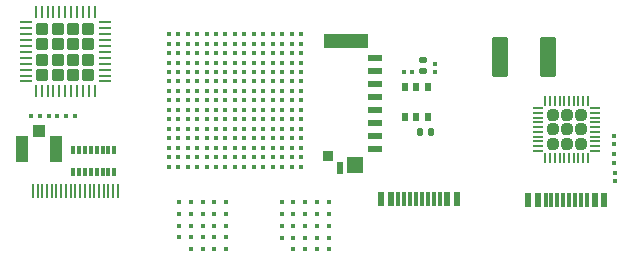
<source format=gbr>
%TF.GenerationSoftware,KiCad,Pcbnew,8.0.6*%
%TF.CreationDate,2024-11-19T20:15:16-08:00*%
%TF.ProjectId,SYNC-VT,53594e43-2d56-4542-9e6b-696361645f70,rev?*%
%TF.SameCoordinates,Original*%
%TF.FileFunction,Paste,Top*%
%TF.FilePolarity,Positive*%
%FSLAX46Y46*%
G04 Gerber Fmt 4.6, Leading zero omitted, Abs format (unit mm)*
G04 Created by KiCad (PCBNEW 8.0.6) date 2024-11-19 20:15:16*
%MOMM*%
%LPD*%
G01*
G04 APERTURE LIST*
G04 Aperture macros list*
%AMRoundRect*
0 Rectangle with rounded corners*
0 $1 Rounding radius*
0 $2 $3 $4 $5 $6 $7 $8 $9 X,Y pos of 4 corners*
0 Add a 4 corners polygon primitive as box body*
4,1,4,$2,$3,$4,$5,$6,$7,$8,$9,$2,$3,0*
0 Add four circle primitives for the rounded corners*
1,1,$1+$1,$2,$3*
1,1,$1+$1,$4,$5*
1,1,$1+$1,$6,$7*
1,1,$1+$1,$8,$9*
0 Add four rect primitives between the rounded corners*
20,1,$1+$1,$2,$3,$4,$5,0*
20,1,$1+$1,$4,$5,$6,$7,0*
20,1,$1+$1,$6,$7,$8,$9,0*
20,1,$1+$1,$8,$9,$2,$3,0*%
G04 Aperture macros list end*
%ADD10RoundRect,0.079500X0.079500X0.100500X-0.079500X0.100500X-0.079500X-0.100500X0.079500X-0.100500X0*%
%ADD11R,0.230000X1.200000*%
%ADD12RoundRect,0.140000X0.170000X-0.140000X0.170000X0.140000X-0.170000X0.140000X-0.170000X-0.140000X0*%
%ADD13C,0.406400*%
%ADD14C,0.370000*%
%ADD15RoundRect,0.140000X0.140000X0.170000X-0.140000X0.170000X-0.140000X-0.170000X0.140000X-0.170000X0*%
%ADD16RoundRect,0.079500X-0.100500X0.079500X-0.100500X-0.079500X0.100500X-0.079500X0.100500X0.079500X0*%
%ADD17RoundRect,0.250000X-0.275000X-0.275000X0.275000X-0.275000X0.275000X0.275000X-0.275000X0.275000X0*%
%ADD18RoundRect,0.062500X-0.475000X-0.062500X0.475000X-0.062500X0.475000X0.062500X-0.475000X0.062500X0*%
%ADD19RoundRect,0.062500X-0.062500X-0.475000X0.062500X-0.475000X0.062500X0.475000X-0.062500X0.475000X0*%
%ADD20RoundRect,0.079500X0.100500X-0.079500X0.100500X0.079500X-0.100500X0.079500X-0.100500X-0.079500X0*%
%ADD21R,1.244600X0.609600*%
%ADD22R,3.784600X1.193800*%
%ADD23R,1.400000X1.447800*%
%ADD24R,0.609600X0.990600*%
%ADD25R,0.838200X0.939800*%
%ADD26RoundRect,0.079500X-0.079500X-0.100500X0.079500X-0.100500X0.079500X0.100500X-0.079500X0.100500X0*%
%ADD27RoundRect,0.249999X0.450001X1.450001X-0.450001X1.450001X-0.450001X-1.450001X0.450001X-1.450001X0*%
%ADD28R,1.100000X2.250000*%
%ADD29R,1.050000X1.100000*%
%ADD30R,0.300000X0.800000*%
%ADD31RoundRect,0.242500X0.242500X0.242500X-0.242500X0.242500X-0.242500X-0.242500X0.242500X-0.242500X0*%
%ADD32RoundRect,0.062500X0.350000X0.062500X-0.350000X0.062500X-0.350000X-0.062500X0.350000X-0.062500X0*%
%ADD33RoundRect,0.062500X0.062500X0.350000X-0.062500X0.350000X-0.062500X-0.350000X0.062500X-0.350000X0*%
%ADD34R,0.600000X1.160000*%
%ADD35R,0.300000X1.160000*%
%ADD36R,0.508000X0.774700*%
G04 APERTURE END LIST*
D10*
%TO.C,R10*%
X124845002Y-47047300D03*
X124155002Y-47047300D03*
%TD*%
D11*
%TO.C,Jr1*%
X99900000Y-57165000D03*
X99500000Y-57165000D03*
X99100000Y-57165000D03*
X98700000Y-57165000D03*
X98300000Y-57165000D03*
X97900000Y-57165000D03*
X97500000Y-57165000D03*
X97100000Y-57165000D03*
X96700000Y-57165000D03*
X96300000Y-57165000D03*
X95900000Y-57165000D03*
X95500000Y-57165000D03*
X95100000Y-57165000D03*
X94700000Y-57165000D03*
X94300000Y-57165000D03*
X93900000Y-57165000D03*
X93500000Y-57165000D03*
X93100000Y-57165000D03*
X92700000Y-57165000D03*
%TD*%
D12*
%TO.C,R9*%
X125770002Y-46997300D03*
X125770002Y-46037300D03*
%TD*%
D10*
%TO.C,C33*%
X93265000Y-50790000D03*
X92575000Y-50790000D03*
%TD*%
D13*
%TO.C,U7*%
X105070018Y-61070018D03*
X105070018Y-60070018D03*
X105070018Y-59070018D03*
X105070018Y-58070018D03*
X106070018Y-62070018D03*
X106070018Y-61070018D03*
X106070018Y-60070018D03*
X106070018Y-59070018D03*
X106070018Y-58070018D03*
X107070018Y-62070018D03*
X107070018Y-61070018D03*
X107070018Y-60070018D03*
X107070018Y-59070018D03*
X107070018Y-58070018D03*
X108070018Y-62070018D03*
X108070018Y-61070018D03*
X108070018Y-60070018D03*
X108070018Y-59070018D03*
X108070018Y-58070018D03*
X109070018Y-62070018D03*
X109070018Y-61070018D03*
X109070018Y-60070018D03*
X109070018Y-59070018D03*
X109070018Y-58070018D03*
%TD*%
D14*
%TO.C,U3*%
X104210000Y-43870000D03*
X105010000Y-43870000D03*
X105810000Y-43870000D03*
X106610000Y-43870000D03*
X107410000Y-43870000D03*
X108210000Y-43870000D03*
X109010000Y-43870000D03*
X109810000Y-43870000D03*
X110610000Y-43870000D03*
X111410000Y-43870000D03*
X112210000Y-43870000D03*
X113010000Y-43870000D03*
X113810000Y-43870000D03*
X114610000Y-43870000D03*
X115410000Y-43870000D03*
X104210000Y-44670000D03*
X105010000Y-44670000D03*
X105810000Y-44670000D03*
X106610000Y-44670000D03*
X107410000Y-44670000D03*
X108210000Y-44670000D03*
X109010000Y-44670000D03*
X109810000Y-44670000D03*
X110610000Y-44670000D03*
X111410000Y-44670000D03*
X112210000Y-44670000D03*
X113010000Y-44670000D03*
X113810000Y-44670000D03*
X114610000Y-44670000D03*
X115410000Y-44670000D03*
X104210000Y-45470000D03*
X105010000Y-45470000D03*
X105810000Y-45470000D03*
X106610000Y-45470000D03*
X107410000Y-45470000D03*
X108210000Y-45470000D03*
X109010000Y-45470000D03*
X109810000Y-45470000D03*
X110610000Y-45470000D03*
X111410000Y-45470000D03*
X112210000Y-45470000D03*
X113010000Y-45470000D03*
X113810000Y-45470000D03*
X114610000Y-45470000D03*
X115410000Y-45470000D03*
X104210000Y-46270000D03*
X105010000Y-46270000D03*
X105810000Y-46270000D03*
X106610000Y-46270000D03*
X107410000Y-46270000D03*
X108210000Y-46270000D03*
X109010000Y-46270000D03*
X109810000Y-46270000D03*
X110610000Y-46270000D03*
X111410000Y-46270000D03*
X112210000Y-46270000D03*
X113010000Y-46270000D03*
X113810000Y-46270000D03*
X114610000Y-46270000D03*
X115410000Y-46270000D03*
X104210000Y-47070000D03*
X105010000Y-47070000D03*
X105810000Y-47070000D03*
X106610000Y-47070000D03*
X107410000Y-47070000D03*
X108210000Y-47070000D03*
X109010000Y-47070000D03*
X109810000Y-47070000D03*
X110610000Y-47070000D03*
X111410000Y-47070000D03*
X112210000Y-47070000D03*
X113010000Y-47070000D03*
X113810000Y-47070000D03*
X114610000Y-47070000D03*
X115410000Y-47070000D03*
X104210000Y-47870000D03*
X105010000Y-47870000D03*
X105810000Y-47870000D03*
X106610000Y-47870000D03*
X107410000Y-47870000D03*
X108210000Y-47870000D03*
X109010000Y-47870000D03*
X109810000Y-47870000D03*
X110610000Y-47870000D03*
X111410000Y-47870000D03*
X112210000Y-47870000D03*
X113010000Y-47870000D03*
X113810000Y-47870000D03*
X114610000Y-47870000D03*
X115410000Y-47870000D03*
X104210000Y-48670000D03*
X105010000Y-48670000D03*
X105810000Y-48670000D03*
X106610000Y-48670000D03*
X107410000Y-48670000D03*
X108210000Y-48670000D03*
X109010000Y-48670000D03*
X109810000Y-48670000D03*
X110610000Y-48670000D03*
X111410000Y-48670000D03*
X112210000Y-48670000D03*
X113010000Y-48670000D03*
X113810000Y-48670000D03*
X114610000Y-48670000D03*
X115410000Y-48670000D03*
X104210000Y-49470000D03*
X105010000Y-49470000D03*
X105810000Y-49470000D03*
X106610000Y-49470000D03*
X107410000Y-49470000D03*
X108210000Y-49470000D03*
X109010000Y-49470000D03*
X109810000Y-49470000D03*
X110610000Y-49470000D03*
X111410000Y-49470000D03*
X112210000Y-49470000D03*
X113010000Y-49470000D03*
X113810000Y-49470000D03*
X114610000Y-49470000D03*
X115410000Y-49470000D03*
X104210000Y-50270000D03*
X105010000Y-50270000D03*
X105810000Y-50270000D03*
X106610000Y-50270000D03*
X107410000Y-50270000D03*
X108210000Y-50270000D03*
X109010000Y-50270000D03*
X109810000Y-50270000D03*
X110610000Y-50270000D03*
X111410000Y-50270000D03*
X112210000Y-50270000D03*
X113010000Y-50270000D03*
X113810000Y-50270000D03*
X114610000Y-50270000D03*
X115410000Y-50270000D03*
X104210000Y-51070000D03*
X105010000Y-51070000D03*
X105810000Y-51070000D03*
X106610000Y-51070000D03*
X107410000Y-51070000D03*
X108210000Y-51070000D03*
X109010000Y-51070000D03*
X109810000Y-51070000D03*
X110610000Y-51070000D03*
X111410000Y-51070000D03*
X112210000Y-51070000D03*
X113010000Y-51070000D03*
X113810000Y-51070000D03*
X114610000Y-51070000D03*
X115410000Y-51070000D03*
X104210000Y-51870000D03*
X105010000Y-51870000D03*
X105810000Y-51870000D03*
X106610000Y-51870000D03*
X107410000Y-51870000D03*
X108210000Y-51870000D03*
X109010000Y-51870000D03*
X109810000Y-51870000D03*
X110610000Y-51870000D03*
X111410000Y-51870000D03*
X112210000Y-51870000D03*
X113010000Y-51870000D03*
X113810000Y-51870000D03*
X114610000Y-51870000D03*
X115410000Y-51870000D03*
X104210000Y-52670000D03*
X105010000Y-52670000D03*
X105810000Y-52670000D03*
X106610000Y-52670000D03*
X107410000Y-52670000D03*
X108210000Y-52670000D03*
X109010000Y-52670000D03*
X109810000Y-52670000D03*
X110610000Y-52670000D03*
X111410000Y-52670000D03*
X112210000Y-52670000D03*
X113010000Y-52670000D03*
X113810000Y-52670000D03*
X114610000Y-52670000D03*
X115410000Y-52670000D03*
X104210000Y-53470000D03*
X105010000Y-53470000D03*
X105810000Y-53470000D03*
X106610000Y-53470000D03*
X107410000Y-53470000D03*
X108210000Y-53470000D03*
X109010000Y-53470000D03*
X109810000Y-53470000D03*
X110610000Y-53470000D03*
X111410000Y-53470000D03*
X112210000Y-53470000D03*
X113010000Y-53470000D03*
X113810000Y-53470000D03*
X114610000Y-53470000D03*
X115410000Y-53470000D03*
X104210000Y-54270000D03*
X105010000Y-54270000D03*
X105810000Y-54270000D03*
X106610000Y-54270000D03*
X107410000Y-54270000D03*
X108210000Y-54270000D03*
X109010000Y-54270000D03*
X109810000Y-54270000D03*
X110610000Y-54270000D03*
X111410000Y-54270000D03*
X112210000Y-54270000D03*
X113010000Y-54270000D03*
X113810000Y-54270000D03*
X114610000Y-54270000D03*
X115410000Y-54270000D03*
X104210000Y-55070000D03*
X105010000Y-55070000D03*
X105810000Y-55070000D03*
X106610000Y-55070000D03*
X107410000Y-55070000D03*
X108210000Y-55070000D03*
X109010000Y-55070000D03*
X109810000Y-55070000D03*
X110610000Y-55070000D03*
X111410000Y-55070000D03*
X112210000Y-55070000D03*
X113010000Y-55070000D03*
X113810000Y-55070000D03*
X114610000Y-55070000D03*
X115410000Y-55070000D03*
%TD*%
D15*
%TO.C,R7*%
X126430002Y-52147300D03*
X125470002Y-52147300D03*
%TD*%
D16*
%TO.C,L1*%
X141943531Y-54049993D03*
X141943531Y-54739993D03*
%TD*%
D17*
%TO.C,Ue1*%
X93500000Y-43412500D03*
X93500000Y-44712500D03*
X93500000Y-46012500D03*
X93500000Y-47312500D03*
X94800000Y-43412500D03*
X94800000Y-44712500D03*
X94800000Y-46012500D03*
X94800000Y-47312500D03*
X96100000Y-43412500D03*
X96100000Y-44712500D03*
X96100000Y-46012500D03*
X96100000Y-47312500D03*
X97400000Y-43412500D03*
X97400000Y-44712500D03*
X97400000Y-46012500D03*
X97400000Y-47312500D03*
D18*
X92112500Y-42862500D03*
X92112500Y-43362500D03*
X92112500Y-43862500D03*
X92112500Y-44362500D03*
X92112500Y-44862500D03*
X92112500Y-45362500D03*
X92112500Y-45862500D03*
X92112500Y-46362500D03*
X92112500Y-46862500D03*
X92112500Y-47362500D03*
X92112500Y-47862500D03*
D19*
X92950000Y-48700000D03*
X93450000Y-48700000D03*
X93950000Y-48700000D03*
X94450000Y-48700000D03*
X94950000Y-48700000D03*
X95450000Y-48700000D03*
X95950000Y-48700000D03*
X96450000Y-48700000D03*
X96950000Y-48700000D03*
X97450000Y-48700000D03*
X97950000Y-48700000D03*
D18*
X98787500Y-47862500D03*
X98787500Y-47362500D03*
X98787500Y-46862500D03*
X98787500Y-46362500D03*
X98787500Y-45862500D03*
X98787500Y-45362500D03*
X98787500Y-44862500D03*
X98787500Y-44362500D03*
X98787500Y-43862500D03*
X98787500Y-43362500D03*
X98787500Y-42862500D03*
D19*
X97950000Y-42025000D03*
X97450000Y-42025000D03*
X96950000Y-42025000D03*
X96450000Y-42025000D03*
X95950000Y-42025000D03*
X95450000Y-42025000D03*
X94950000Y-42025000D03*
X94450000Y-42025000D03*
X93950000Y-42025000D03*
X93450000Y-42025000D03*
X92950000Y-42025000D03*
%TD*%
D20*
%TO.C,C2*%
X141943531Y-53199993D03*
X141943531Y-52509993D03*
%TD*%
D21*
%TO.C,U6*%
X121673900Y-53610012D03*
X121673900Y-52510011D03*
X121673900Y-51410011D03*
X121673900Y-50310010D03*
X121673900Y-49210013D03*
X121673900Y-48110012D03*
X121673900Y-47010012D03*
X121673900Y-45910012D03*
D22*
X119193593Y-44454589D03*
D23*
X119945895Y-54938400D03*
D24*
X118691094Y-55167000D03*
D25*
X117703200Y-54214500D03*
%TD*%
D26*
%TO.C,C34*%
X95545000Y-50810000D03*
X96235000Y-50810000D03*
%TD*%
D27*
%TO.C,L2*%
X136350000Y-45780000D03*
X132250000Y-45780000D03*
%TD*%
D26*
%TO.C,L3*%
X94035000Y-50780000D03*
X94725000Y-50780000D03*
%TD*%
D16*
%TO.C,C3*%
X141963531Y-55619993D03*
X141963531Y-56309993D03*
%TD*%
D13*
%TO.C,U8*%
X113770018Y-61090018D03*
X113770018Y-60090018D03*
X113770018Y-59090018D03*
X113770018Y-58090018D03*
X114770018Y-62090018D03*
X114770018Y-61090018D03*
X114770018Y-60090018D03*
X114770018Y-59090018D03*
X114770018Y-58090018D03*
X115770018Y-62090018D03*
X115770018Y-61090018D03*
X115770018Y-60090018D03*
X115770018Y-59090018D03*
X115770018Y-58090018D03*
X116770018Y-62090018D03*
X116770018Y-61090018D03*
X116770018Y-60090018D03*
X116770018Y-59090018D03*
X116770018Y-58090018D03*
X117770018Y-62090018D03*
X117770018Y-61090018D03*
X117770018Y-60090018D03*
X117770018Y-59090018D03*
X117770018Y-58090018D03*
%TD*%
D16*
%TO.C,R8*%
X126740002Y-46377300D03*
X126740002Y-47067300D03*
%TD*%
D28*
%TO.C,J5*%
X94695000Y-53590000D03*
X91745000Y-53590000D03*
D29*
X93220000Y-52040000D03*
%TD*%
D30*
%TO.C,RN1*%
X99600000Y-53710000D03*
X99100000Y-53710000D03*
X98600000Y-53710000D03*
X98100000Y-53710000D03*
X97600000Y-53710000D03*
X97100000Y-53710000D03*
X96600000Y-53710000D03*
X96100000Y-53710000D03*
X96100000Y-55510000D03*
X96600000Y-55510000D03*
X97100000Y-55510000D03*
X97600000Y-55510000D03*
X98100000Y-55510000D03*
X98600000Y-55510000D03*
X99100000Y-55510000D03*
X99600000Y-55510000D03*
%TD*%
D31*
%TO.C,MCU1*%
X139100000Y-53127500D03*
X139100000Y-51927500D03*
X139100000Y-50727500D03*
X137900000Y-53127500D03*
X137900000Y-51927500D03*
X137900000Y-50727500D03*
X136700000Y-53127500D03*
X136700000Y-51927500D03*
X136700000Y-50727500D03*
D32*
X140337500Y-53727500D03*
X140337500Y-53327500D03*
X140337500Y-52927500D03*
X140337500Y-52527500D03*
X140337500Y-52127500D03*
X140337500Y-51727500D03*
X140337500Y-51327500D03*
X140337500Y-50927500D03*
X140337500Y-50527500D03*
X140337500Y-50127500D03*
D33*
X139700000Y-49490000D03*
X139300000Y-49490000D03*
X138900000Y-49490000D03*
X138500000Y-49490000D03*
X138100000Y-49490000D03*
X137700000Y-49490000D03*
X137300000Y-49490000D03*
X136900000Y-49490000D03*
X136500000Y-49490000D03*
X136100000Y-49490000D03*
D32*
X135462500Y-50127500D03*
X135462500Y-50527500D03*
X135462500Y-50927500D03*
X135462500Y-51327500D03*
X135462500Y-51727500D03*
X135462500Y-52127500D03*
X135462500Y-52527500D03*
X135462500Y-52927500D03*
X135462500Y-53327500D03*
X135462500Y-53727500D03*
D33*
X136100000Y-54365000D03*
X136500000Y-54365000D03*
X136900000Y-54365000D03*
X137300000Y-54365000D03*
X137700000Y-54365000D03*
X138100000Y-54365000D03*
X138500000Y-54365000D03*
X138900000Y-54365000D03*
X139300000Y-54365000D03*
X139700000Y-54365000D03*
%TD*%
D34*
%TO.C,J2*%
X134660000Y-57870000D03*
X135460000Y-57870000D03*
D35*
X136610000Y-57870000D03*
X137610000Y-57870000D03*
X138110000Y-57870000D03*
X139110000Y-57870000D03*
D34*
X140260000Y-57870000D03*
X141060000Y-57870000D03*
X141060000Y-57870000D03*
X140260000Y-57870000D03*
D35*
X139610000Y-57870000D03*
X138610000Y-57870000D03*
X137110000Y-57870000D03*
X136110000Y-57870000D03*
D34*
X135460000Y-57870000D03*
X134660000Y-57870000D03*
%TD*%
%TO.C,J3*%
X122200000Y-57805000D03*
X123000000Y-57805000D03*
D35*
X124150000Y-57805000D03*
X125150000Y-57805000D03*
X125650000Y-57805000D03*
X126650000Y-57805000D03*
D34*
X127800000Y-57805000D03*
X128600000Y-57805000D03*
X128600000Y-57805000D03*
X127800000Y-57805000D03*
D35*
X127150000Y-57805000D03*
X126150000Y-57805000D03*
X124650000Y-57805000D03*
X123650000Y-57805000D03*
D34*
X123000000Y-57805000D03*
X122200000Y-57805000D03*
%TD*%
D36*
%TO.C,U4*%
X124220000Y-50897300D03*
X125170001Y-50897300D03*
X126120002Y-50897300D03*
X126120002Y-48370000D03*
X125170001Y-48370000D03*
X124220000Y-48370000D03*
%TD*%
M02*

</source>
